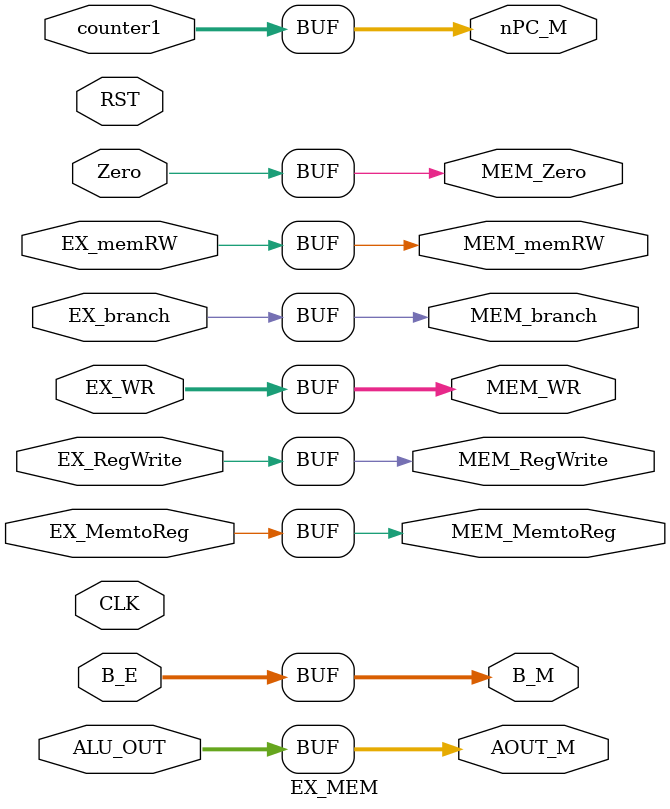
<source format=v>
module EX_MEM (counter1, Zero, ALU_OUT, B_E, EX_branch, EX_memRW, EX_MemtoReg, EX_RegWrite, EX_WR, 
nPC_M, MEM_Zero, AOUT_M, B_M, MEM_branch, MEM_memRW, MEM_MemtoReg, MEM_RegWrite, MEM_WR, CLK, RST);

    input CLK;
    input RST;
    input [31:0] counter1;
    input Zero;
    input [31:0] ALU_OUT;
    input [31:0] B_E;
    input EX_branch;
    input EX_memRW;
    input EX_MemtoReg;
    input EX_RegWrite;
    input [4:0] EX_WR;

    output reg [31:0] nPC_M;
    output reg MEM_Zero;
    output reg [31:0] AOUT_M;
    output reg [31:0] B_M;
    output reg MEM_branch;
    output reg MEM_memRW;
    output reg MEM_MemtoReg;
    output reg MEM_RegWrite;
    output reg [4:0] MEM_WR;

    always @(*) begin
        nPC_M <= counter1;
        MEM_Zero <= Zero;
        AOUT_M <= ALU_OUT;
        B_M <= B_E;
        MEM_branch <= EX_branch;
        MEM_memRW <= EX_memRW;
        MEM_MemtoReg <= EX_MemtoReg;
        MEM_RegWrite <= EX_RegWrite;
        MEM_WR <= EX_WR;
        // $display("%2t: EX_MEM", $time);
    end
    

endmodule
</source>
